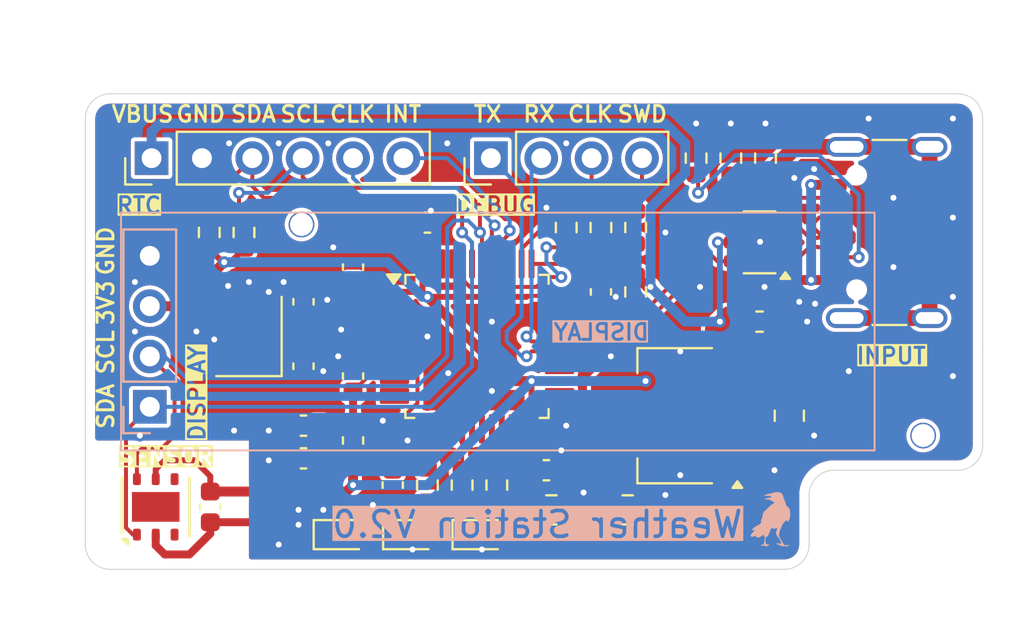
<source format=kicad_pcb>
(kicad_pcb (version 20240108) (generator "pcbnew") (generator_version "8.0")
  (layers (0 "F.Cu" signal) (1 "In1.Cu" signal) (2 "In2.Cu" signal) (31 "B.Cu" signal) (34 "B.Paste" user) (35 "F.Paste" user) (36 "B.SilkS" user "B.Silkscreen") (37 "F.SilkS" user "F.Silkscreen") (38 "B.Mask" user) (39 "F.Mask" user) (44 "Edge.Cuts" user))
  (net 0 "")
  (net 1 "+3.3V")
  (net 2 "GND")
  (net 3 "+3.3VA")
  (net 4 "/NRST")
  (net 5 "/OSC_IN")
  (net 6 "/OSC_OUT")
  (net 7 "/I2C1_SCL")
  (net 8 "/I2C1_SDA")
  (net 9 "/BOOT0")
  (net 14 "/SWDIO")
  (net 19 "Net-(D1-A)")
  (net 21 "Net-(D2-A)")
  (net 22 "VBUS")
  (net 23 "/SWCLK")
  (net 25 "Net-(D3-A)")
  (net 32 "/RTC_CLK")
  (net 33 "/RTC_INT")
  (net 34 "/LED_R")
  (net 35 "/LED_W")
  (net 36 "/LED_B")
  (net 37 "/VBUS_IN")
  (net 38 "/USB_D-")
  (net 39 "/USB_D+")
  (net 40 "/USART1_RX")
  (net 41 "/USART1_TX")
  (net 44 "/Shield")
  (net 45 "/CC1")
  (net 46 "/CC2")
  (net 49 "/uC_SWDIO")
  (net 50 "/uC_SWCLK")
  (footprint "LED_SMD:LED_0603_1608Metric" (layer "F.Cu") (at 191.5 101.25)
    (property "Reference" "D2" (hide yes))
    (property "Value" "KT-0603R")
  )
  (footprint "Capacitor_SMD:C_0603_1608Metric" (layer "F.Cu") (at 182.5 92.75 90)
    (property "Reference" "C12" (hide yes))
    (property "Value" "10p/10V")
  )
  (footprint "Capacitor_SMD:C_0603_1608Metric" (layer "F.Cu") (at 187 98.75 90)
    (property "Reference" "C10" (hide yes))
    (property "Value" "100n/10V")
  )
  (footprint "Resistor_SMD:R_0603_1608Metric" (layer "F.Cu") (at 205.8 82.25 -90)
    (property "Reference" "R9" (hide yes))
    (property "Value" "1M")
  )
  (footprint "Connector_PinHeader_2.54mm:PinHeader_1x06_P2.54mm_Vertical" (layer "F.Cu") (at 174.84 82.25 90)
    (property "Reference" "J5" (hide yes))
    (property "Value" "ZX-PZ2.54-1-6PZZ")
  )
  (footprint "Capacitor_SMD:C_0603_1608Metric" (layer "F.Cu") (at 197.5 89 -90)
    (property "Reference" "C2" (hide yes))
    (property "Value" "100n/10V")
  )
  (footprint "Package_SON:Texas_PWSON-N6" (layer "F.Cu") (at 175.05 99.85 90)
    (property "Reference" "U2" (hide yes))
    (property "Value" "HDC1080DMBR")
  )
  (footprint "Capacitor_SMD:C_0603_1608Metric" (layer "F.Cu") (at 194.75 98)
    (property "Reference" "C4" (hide yes))
    (property "Value" "100n/10V")
  )
  (footprint "Capacitor_SMD:C_0805_2012Metric" (layer "F.Cu") (at 198.850001 100)
    (property "Reference" "C23" (hide yes))
    (property "Value" "22u/10V")
  )
  (footprint "Package_TO_SOT_SMD:SOT-223-3_TabPin2" (layer "F.Cu") (at 201.25 95.25 180)
    (property "Reference" "U3" (hide yes))
    (property "Value" "AMS1117-3.3")
  )
  (footprint "Resistor_SMD:R_0603_1608Metric" (layer "F.Cu") (at 195.75 85.75 -90)
    (property "Reference" "R1" (hide yes))
    (property "Value" "10k")
  )
  (footprint "Resistor_SMD:R_0603_1608Metric" (layer "F.Cu") (at 179.5 86 90)
    (property "Reference" "R3" (hide yes))
    (property "Value" "4k7")
  )
  (footprint "Capacitor_SMD:C_0603_1608Metric" (layer "F.Cu") (at 182.5 97.4 180)
    (property "Reference" "C9" (hide yes))
    (property "Value" "1u/10V")
  )
  (footprint "Package_TO_SOT_SMD:SOT-23-6" (layer "F.Cu") (at 205.5 86.5 180)
    (property "Reference" "U5" (hide yes))
    (property "Value" "SRV05-4")
  )
  (footprint "Resistor_SMD:R_0603_1608Metric" (layer "F.Cu") (at 199.25 89 -90)
    (property "Reference" "R12" (hide yes))
    (property "Value" "1k5")
  )
  (footprint "LED_SMD:LED_0603_1608Metric" (layer "F.Cu") (at 188 101.25)
    (property "Reference" "D1" (hide yes))
    (property "Value" "KT-0603W")
  )
  (footprint "Capacitor_SMD:C_0603_1608Metric" (layer "F.Cu") (at 182.5 89.5 -90)
    (property "Reference" "C11" (hide yes))
    (property "Value" "10p/10V")
  )
  (footprint "Capacitor_SMD:C_0603_1608Metric" (layer "F.Cu") (at 188.75 85.5)
    (property "Reference" "C3" (hide yes))
    (property "Value" "100n/10V")
  )
  (footprint "Capacitor_SMD:C_0603_1608Metric" (layer "F.Cu") (at 185 93.25 90)
    (property "Reference" "C7" (hide yes))
    (property "Value" "100n/10V")
  )
  (footprint "Capacitor_SMD:C_0603_1608Metric" (layer "F.Cu") (at 177.8 99.85 90)
    (property "Reference" "C21" (hide yes))
    (property "Value" "100n/10V")
  )
  (footprint "Resistor_SMD:R_0603_1608Metric" (layer "F.Cu") (at 199.25 85.75 90)
    (property "Reference" "R11" (hide yes))
    (property "Value" "100R")
  )
  (footprint "LED_SMD:LED_0603_1608Metric" (layer "F.Cu") (at 184.5 101.25)
    (property "Reference" "D3" (hide yes))
    (property "Value" "19-217/BHC-ZL1M2RY/6T")
  )
  (footprint "Resistor_SMD:R_0603_1608Metric" (layer "F.Cu") (at 188.75 98.75 -90)
    (property "Reference" "R8" (hide yes))
    (property "Value" "330R")
  )
  (footprint "Resistor_SMD:R_0603_1608Metric" (layer "F.Cu") (at 197.5 85.75 90)
    (property "Reference" "R10" (hide yes))
    (property "Value" "100R")
  )
  (footprint "Crystal:Crystal_SMD_3225-4Pin_3.2x2.5mm" (layer "F.Cu") (at 179.75 91.25 90)
    (property "Reference" "Y1" (hide yes))
    (property "Value" "X322516MLB4SI")
  )
  (footprint "Capacitor_SMD:C_0805_2012Metric" (layer "F.Cu") (at 195 100)
    (property "Reference" "C6" (hide yes))
    (property "Value" "10u/10V")
  )
  (footprint "Resistor_SMD:R_0603_1608Metric" (layer "F.Cu") (at 190.5 98.75 -90)
    (property "Reference" "R7" (hide yes))
    (property "Value" "330R")
  )
  (footprint "Capacitor_SMD:C_0805_2012Metric" (layer "F.Cu") (at 207 95.25 -90)
    (property "Reference" "C22" (hide yes))
    (property "Value" "22u/10V")
  )
  (footprint "Inductor_SMD:L_0603_1608Metric" (layer "F.Cu") (at 185 96.5 -90)
    (property "Reference" "FB1" (hide yes))
    (property "Value" "GZ1608D601TF")
  )
  (footprint "Package_QFP:LQFP-48_7x7mm_P0.5mm" (layer "F.Cu") (at 191.25 91.75)
    (property "Reference" "U1" (hide yes))
    (property "Value" "STM32F103C8T6")
  )
  (footprint "Fuse:Fuse_0603_1608Metric" (layer "F.Cu") (at 205.5 90.5)
    (property "Reference" "F1" (hide yes))
    (property "Value" "CFS06V3T1R0")
  )
  (footprint "Resistor_SMD:R_0603_1608Metric" (layer "F.Cu") (at 177.75 86 90)
    (property "Reference" "R2" (hide yes))
    (property "Value" "4k7")
  )
  (footprint "Resistor_SMD:R_0603_1608Metric" (layer "F.Cu") (at 192.25 98.75 -90)
    (property "Reference" "R6" (hide yes))
    (property "Value" "330R")
  )
  (footprint "Capacitor_SMD:C_0603_1608Metric" (layer "F.Cu") (at 185 87.75 90)
    (property "Reference" "C1" (hide yes))
    (property "Value" "100n/10V")
  )
  (footprint "Resistor_SMD:R_0603_1608Metric" (layer "F.Cu") (at 204.05 82.25 90)
    (property "Reference" "R5" (hide yes))
    (property "Value" "5k1")
  )
  (footprint "Resistor_SMD:R_0603_1608Metric" (layer "F.Cu") (at 202.3 82.25 -90)
    (property "Reference" "R4" (hide yes))
    (property "Value" "5k1")
  )
  (footprint "Capacitor_SMD:C_0603_1608Metric" (layer "F.Cu") (at 182.5 95.75 180)
    (property "Reference" "C8" (hide yes))
    (property "Value" "1u/10V")
  )
  (footprint "Connector_USB:USB_C_Receptacle_GCT_USB4105-xx-A_16P_TopMnt_Horizontal" (layer "F.Cu") (at 213 86 90)
    (property "Reference" "J2" (hide yes))
    (property "Value" "TYPE-C16PIN")
  )
  (footprint "Connector_PinHeader_2.54mm:PinHeader_1x04_P2.54mm_Vertical" (layer "F.Cu") (at 191.95 82.25 90)
    (property "Reference" "J4" (hide yes))
    (property "Value" "B-2100S04P-A110")
  )
  (footprint "LOGO" (layer "B.Cu") (at 206.05 100.5 180)
    (property "Reference" "G***" (hide yes))
    (property "Value" "LOGO" (hide yes))
  )
  (footprint "Capacitor_SMD:C_0402_1005Metric" (layer "B.Cu") (at 173.3 97)
    (property "Reference" "J1" (hide yes))
    (property "Value" "HS91L02W2C01")
  )
  (footprint "Connector_PinHeader_2.54mm:PinHeader_1x04_P2.54mm_Vertical" (layer "B.Cu") (at 174.75 94.8)
    (property "Reference" "J3" (hide yes))
    (property "Value" "B-2100S04P-A110")
  )
  (gr_line (start 216.75 92) (end 216.75 96.75) (stroke (width 0.05)) (layer "Edge.Cuts"))
  (gr_arc (start 172.75 103) (mid 171.866117 102.633883) (end 171.5 101.75) (stroke (width 0.05)) (layer "Edge.Cuts"))
  (gr_arc (start 208 99.25) (mid 208.366117 98.366117) (end 209.25 98) (stroke (width 0.05)) (layer "Edge.Cuts"))
  (gr_arc (start 171.5 80.25) (mid 171.866117 79.366117) (end 172.75 79) (stroke (width 0.05)) (layer "Edge.Cuts"))
  (gr_arc (start 216.75 96.75) (mid 216.383883 97.633883) (end 215.5 98) (stroke (width 0.05)) (layer "Edge.Cuts"))
  (gr_line (start 216.75 80.25) (end 216.75 92) (stroke (width 0.05)) (layer "Edge.Cuts"))
  (gr_arc (start 215.5 79) (mid 216.383883 79.366117) (end 216.75 80.25) (stroke (width 0.05)) (layer "Edge.Cuts"))
  (gr_line (start 215.5 98) (end 209.25 98) (stroke (width 0.05)) (layer "Edge.Cuts"))
  (gr_line (start 171.5 101.75) (end 171.5 80.25) (stroke (width 0.05)) (layer "Edge.Cuts"))
  (gr_line (start 206.75 103) (end 172.75 103) (stroke (width 0.05)) (layer "Edge.Cuts"))
  (gr_line (start 208 99.25) (end 208 101.75) (stroke (width 0.05)) (layer "Edge.Cuts"))
  (gr_arc (start 208 101.75) (mid 207.633883 102.633883) (end 206.75 103) (stroke (width 0.05)) (layer "Edge.Cuts"))
  (gr_line (start 172.75 79) (end 215.5 79) (stroke (width 0.05)) (layer "Edge.Cuts"))
  (gr_text "Weather Station V2.0" (at 204.75 101.5 0) (layer "B.SilkS" knockout) (effects (font (size 1.3 1.3) (thickness 0.1875)) (justify left bottom mirror)))
  (gr_text "DISPLAY" (at 200 91.5 -0) (layer "B.SilkS" knockout) (effects (font (size 0.8 0.8) (thickness 0.15) (bold yes)) (justify left bottom mirror)))
  (gr_text "VBUS" (at 172.75 80.5 0) (layer "F.SilkS") (effects (font (size 0.8 0.8) (thickness 0.15) (bold yes)) (justify left bottom)))
  (gr_text "DEBUG" (at 190.1 85.1 0) (layer "F.SilkS" knockout) (effects (font (size 0.8 0.8) (thickness 0.15) (bold yes)) (justify left bottom)))
  (gr_text "GND" (at 176 80.5 0) (layer "F.SilkS") (effects (font (size 0.8 0.8) (thickness 0.15) (bold yes)) (justify left bottom)))
  (gr_text "SCL" (at 173 93.25 90) (layer "F.SilkS") (effects (font (size 0.8 0.8) (thickness 0.15) (bold yes)) (justify left bottom)))
  (gr_text "CLK" (at 195.75 80.5 0) (layer "F.SilkS") (effects (font (size 0.8 0.8) (thickness 0.15) (bold yes)) (justify left bottom)))
  (gr_text "CLK" (at 183.75 80.5 0) (layer "F.SilkS") (effects (font (size 0.8 0.8) (thickness 0.15) (bold yes)) (justify left bottom)))
  (gr_text "TX" (at 191 80.5 0) (layer "F.SilkS") (effects (font (size 0.8 0.8) (thickness 0.15) (bold yes)) (justify left bottom)))
  (gr_text "RTC" (at 173 85.1 0) (layer "F.SilkS" knockout) (effects (font (size 0.8 0.8) (thickness 0.15) (bold yes)) (justify left bottom)))
  (gr_text "GND" (at 173 88.25 90) (layer "F.SilkS") (effects (font (size 0.8 0.8) (thickness 0.15) (bold yes)) (justify left bottom)))
  (gr_text "SDA" (at 178.75 80.5 0) (layer "F.SilkS") (effects (font (size 0.8 0.8) (thickness 0.15) (bold yes)) (justify left bottom)))
  (gr_text "SCL" (at 181.25 80.5 0) (layer "F.SilkS") (effects (font (size 0.8 0.8) (thickness 0.15) (bold yes)) (justify left bottom)))
  (gr_text "DISPLAY" (at 177.6 96.6 90) (layer "F.SilkS" knockout) (effects (font (size 0.8 0.8) (thickness 0.15) (bold yes)) (justify left bottom)))
  (gr_text "3V3" (at 173 90.75 90) (layer "F.SilkS") (effects (font (size 0.8 0.8) (thickness 0.15) (bold yes)) (justify left bottom)))
  (gr_text "SDA" (at 173 96 90) (layer "F.SilkS") (effects (font (size 0.8 0.8) (thickness 0.15) (bold yes)) (justify left bottom)))
  (gr_text "RX" (at 193.5 80.5 0) (layer "F.SilkS") (effects (font (size 0.8 0.8) (thickness 0.15) (bold yes)) (justify left bottom)))
  (gr_text "INPUT" (at 210.3 92.7 0) (layer "F.SilkS" knockout) (effects (font (size 0.8 0.8) (thickness 0.15) (bold yes)) (justify left bottom)))
  (gr_text "INT" (at 186.5 80.5 0) (layer "F.SilkS") (effects (font (size 0.8 0.8) (thickness 0.15) (bold yes)) (justify left bottom)))
  (gr_text "SENSOR" (at 173.1 97.8 0) (layer "F.SilkS" knockout) (effects (font (size 0.8 0.8) (thickness 0.15) (bold yes)) (justify left bottom)))
  (gr_text "SWD" (at 198.25 80.5 0) (layer "F.SilkS") (effects (font (size 0.8 0.8) (thickness 0.15) (bold yes)) (justify left bottom)))
  (via (at 182.4 85.6) (size 1.3) (drill 1.152) (layers "F.Cu" "B.Cu") (net 0))
  (via (at 213.75 96.25) (size 1.3) (drill 1.152) (layers "F.Cu" "B.Cu") (net 0))
  (segment (start 193.8 89.2) (end 194.44259 89.2) (width 0.2) (layer "F.Cu") (net 1))
  (segment (start 185 97.2875) (end 183.3875 97.2875) (width 0.4) (layer "F.Cu") (net 1))
  (segment (start 178.5 87.5) (end 178.825 87.5) (width 0.3) (layer "F.Cu") (net 1))
  (segment (start 194 93.5) (end 193 93.5) (width 0.5) (layer "F.Cu") (net 1))
  (segment (start 188.75 89.25) (end 193.75 89.25) (width 0.3) (layer "F.Cu") (net 1))
  (segment (start 188.5 86.025) (end 187.975 85.5) (width 0.2) (layer "F.Cu") (net 1))
  (segment (start 178.5 87.5) (end 176.279999 89.720001) (width 0.5) (layer "F.Cu") (net 1))
  (segment (start 194.44259 89.2) (end 194.64259 89) (width 0.2) (layer "F.Cu") (net 1))
  (segment (start 178.825 87.5) (end 179.5 86.825) (width 0.3) (layer "F.Cu") (net 1))
  (segment (start 188.75 89.25) (end 188.5 89) (width 0.3) (layer "F.Cu") (net 1))
  (segment (start 176.279999 89.720001) (end 174.75 89.720001) (width 0.5) (layer "F.Cu") (net 1))
  (segment (start 193.975 99.925) (end 194.05 100) (width 0.4) (layer "F.Cu") (net 1))
  (segment (start 198.100001 99.800001) (end 197.900002 100) (width 0.4) (layer "F.Cu") (net 1))
  (segment (start 183.3875 97.2875) (end 183.275 97.4) (width 0.4) (layer "F.Cu") (net 1))
  (segment (start 194 93.5) (end 194 95.9125) (width 0.3) (layer "F.Cu") (net 1))
  (segment (start 177.8 99.075) (end 177.8 98.3) (width 0.3) (layer "F.Cu") (net 1))
  (segment (start 194.64259 89) (end 195.4125 89) (width 0.2) (layer "F.Cu") (net 1))
  (segment (start 177.8 98.3) (end 177 97.5) (width 0.3) (layer "F.Cu") (net 1))
  (segment (start 177 97.5) (end 175.5 97.5) (width 0.3) (layer "F.Cu") (net 1))
  (segment (start 188.5 89) (end 187.0875 89) (width 0.3) (layer "F.Cu") (net 1))
  (segment (start 185 98.75) (end 185 97.2875) (width 0.5) (layer "F.Cu") (net 1))
  (segment (start 185 98.75) (end 184.675 99.075) (width 0.5) (layer "F.Cu") (net 1))
  (segment (start 175.5 97.5) (end 175.05 97.95) (width 0.3) (layer "F.Cu") (net 1))
  (segment (start 196.725 89) (end 197.5 88.225) (width 0.2) (layer "F.Cu") (net 1))
  (segment (start 178.425 87.5) (end 177.75 86.825) (width 0.3) (layer "F.Cu") (net 1))
  (segment (start 193 93.5) (end 188.75 89.25) (width 0.5) (layer "F.Cu") (net 1))
  (segment (start 178.5 87.5) (end 178.425 87.5) (width 0.3) (layer "F.Cu") (net 1))
  (segment (start 193.75 89.25) (end 193.8 89.2) (width 0.2) (layer "F.Cu") (net 1))
  (segment (start 193.975 98) (end 193.975 99.925) (width 0.4) (layer "F.Cu") (net 1))
  (segment (start 188.5 89) (end 188.5 87.5875) (width 0.3) (layer "F.Cu") (net 1))
  (segment (start 187.0875 89) (end 186.25 89) (width 0.2) (layer "F.Cu") (net 1))
  (segment (start 194 95.9125) (end 194 97.975) (width 0.2) (layer "F.Cu") (net 1))
  (segment (start 195.4125 89) (end 196.725 89) (width 0.2) (layer "F.Cu") (net 1))
  (segment (start 188.5 87.5875) (end 188.5 86.025) (width 0.2) (layer "F.Cu") (net 1))
  (segment (start 194 97.975) (end 193.975 98) (width 0.2) (layer "F.Cu") (net 1))
  (segment (start 175.05 97.95) (end 175.05 98.450001) (width 0.3) (layer "F.Cu") (net 1))
  (segment (start 186.25 89) (end 185.775 88.525) (width 0.2) (layer "F.Cu") (net 1))
  (segment (start 184.675 99.075) (end 177.8 99.075) (width 0.5) (layer "F.Cu") (net 1))
  (segment (start 185.775 88.525) (end 185 88.525) (width 0.2) (layer "F.Cu") (net 1))
  (via (at 194 93.5) (size 0.6) (drill 0.3) (layers "F.Cu" "B.Cu") (net 1))
  (via (at 188.75 89.25) (size 0.6) (drill 0.3) (layers "F.Cu" "B.Cu") (net 1))
  (via (at 199.75 93.5) (size 0.6) (drill 0.3) (layers "F.Cu" "B.Cu") (net 1))
  (via (at 178.5 87.5) (size 0.6) (drill 0.3) (layers "F.Cu" "B.Cu") (net 1))
  (via (at 185 98.75) (size 0.6) (drill 0.3) (layers "F.Cu" "B.Cu") (net 1))
  (segment (start 199.75 93.5) (end 194 93.5) (width 0.5) (layer "B.Cu") (net 1))
  (segment (start 188.5 89.25) (end 188.75 89.25) (width 0.5) (layer "B.Cu") (net 1))
  (segment (start 186.75 87.5) (end 188.5 89.25) (width 0.5) (layer "B.Cu") (net 1))
  (segment (start 189.25 98.25) (end 188.75 98.75) (width 0.5) (layer "B.Cu") (net 1))
  (segment (start 188.75 98.75) (end 185 98.75) (width 0.5) (layer "B.Cu") (net 1))
  (segment (start 194 93.5) (end 189.25 98.25) (width 0.5) (layer "B.Cu") (net 1))
  (segment (start 178.5 87.5) (end 186.75 87.5) (width 0.5) (layer "B.Cu") (net 1))
  (segment (start 178 91.4) (end 178 91.45) (width 0.5) (layer "F.Cu") (net 2))
  (segment (start 181.475 96) (end 181.725 95.75) (width 0.4) (layer "F.Cu") (net 2))
  (segment (start 195.5 97.975) (end 195.525 98) (width 0.5) (layer "F.Cu") (net 2))
  (segment (start 183.5 93) (end 183.025 93) (width 0.5) (layer "F.Cu") (net 2))
  (segment (start 204.05 80.5) (end 204.05 81.425) (width 0.5) (layer "F.Cu") (net 2))
  (segment (start 181.5 88.5) (end 182.275 88.5) (width 0.5) (layer "F.Cu") (net 2))
  (segment (start 198.25 89.25) (end 198.025 89.25) (width 0.5) (layer "F.Cu") (net 2))
  (segment (start 205.554502 86.5) (end 206.6375 86.5) (width 0.5) (layer "F.Cu") (net 2))
  (segment (start 202.3 80.5) (end 202.3 81.425) (width 0.5) (layer "F.Cu") (net 2))
  (segment (start 184 86.75) (end 184.775 86.75) (width 0.5) (layer "F.Cu") (net 2))
  (segment (start 180.75 89) (end 180.75 90) (width 0.5) (layer "F.Cu") (net 2))
  (segment (start 182.125 100.625) (end 177.8 100.625) (width 0.4) (layer "F.Cu") (net 2))
  (segment (start 205.524999 86.470497) (end 205.554502 86.5) (width 0.5) (layer "F.Cu") (net 2))
  (segment (start 180.75 96) (end 181.475 96) (width 0.4) (layer "F.Cu") (net 2))
  (segment (start 188.925 84.9) (end 189.525 85.5) (width 0.5) (layer "F.Cu") (net 2))
  (segment (start 208.25 96.25) (end 207.050001 96.25) (width 0.5) (layer "F.Cu") (net 2))
  (segment (start 200.75 99.25) (end 200 100) (width 0.5) (layer "F.Cu") (net 2))
  (segment (start 175.05 101.8) (end 175.05 101.249999) (width 0.4) (layer "F.Cu") (net 2))
  (segment (start 207.050001 96.25) (end 207 96.199999) (width 0.5) (layer "F.Cu") (net 2))
  (segment (start 177.8 101.2) (end 176.75 102.25) (width 0.4) (layer "F.Cu") (net 2))
  (segment (start 205.8 80.5) (end 205.8 81.425) (width 0.5) (layer "F.Cu") (net 2))
  (segment (start 194.75 84.75) (end 195.575 84.75) (width 0.5) (layer "F.Cu") (net 2))
  (segment (start 178 91.45) (end 178.9 92.35) (width 0.5) (layer "F.Cu") (net 2))
  (segment (start 181.625 97.5) (end 181.725 97.4) (width 0.4) (layer "F.Cu") (net 2))
  (segment (start 183.025 93) (end 182.5 93.525) (width 0.5) (layer "F.Cu") (net 2))
  (segment (start 180.75 90) (end 180.6 90.15) (width 0.5) (layer "F.Cu") (net 2))
  (segment (start 177.8 100.625) (end 177.8 101.2) (width 0.4) (layer "F.Cu") (net 2))
  (segment (start 182.25 100.75) (end 182.125 100.625) (width 0.4) (layer "F.Cu") (net 2))
  (segment (start 184.775 92.25) (end 185 92.475) (width 0.5) (layer "F.Cu") (net 2))
  (segment (start 186.225 99.525) (end 187 99.525) (width 0.5) (layer "F.Cu") (net 2))
  (segment (start 176.75 102.25) (end 175.5 102.25) (width 0.4) (layer "F.Cu") (net 2))
  (segment (start 182.275 88.5) (end 182.5 88.725) (width 0.5) (layer "F.Cu") (net 2))
  (segment (start 195.95 99.8) (end 195.95 100) (width 0.5) (layer "F.Cu") (net 2))
  (segment (start 186 99.75) (end 186.225 99.525) (width 0.5) (layer "F.Cu") (net 2))
  (segment (start 198.025 89.25) (end 197.5 89.775) (width 0.5) (layer "F.Cu") (net 2))
  (segment (start 189 86.025) (end 189.525 85.5) (width 0.2) (layer "F.Cu") (net 2))
  (segment (start 180.75 97.5) (end 181.625 97.5) (width 0.4) (layer "F.Cu") (net 2))
  (segment (start 187.0875 92.5) (end 185.025 92.5) (width 0.2) (layer "F.Cu") (net 2))
  (segment (start 195.5 97) (end 195.5 97.975) (width 0.5) (layer "F.Cu") (net 2))
  (segment (start 195.4125 89.5) (end 197.225 89.5) (width 0.2) (layer "F.Cu") (net 2))
  (segment (start 184.25 92.25) (end 184.775 92.25) (width 0.5) (layer "F.Cu") (net 2))
  (segment (start 189 87.5875) (end 189 86.025) (width 0.2) (layer "F.Cu") (net 2))
  (segment (start 196.625 99.125) (end 195.95 99.8) (width 0.5) (layer "F.Cu") (net 2))
  (segment (start 197.225 89.5) (end 197.5 89.775) (width 0.2) (layer "F.Cu") (net 2))
  (segment (start 184.775 86.75) (end 185 86.975) (width 0.5) (layer "F.Cu") (net 2))
  (segment (start 200 100) (end 199.8 100) (width 0.5) (layer "F.Cu") (net 2))
  (segment (start 195.575 84.75) (end 195.75 84.925) (width 0.5) (layer "F.Cu") (net 2))
  (segment (start 185.025 92.5) (end 185 92.475) (width 0.2) (layer "F.Cu") (net 2))
  (segment (start 175.5 102.25) (end 175.05 101.8) (width 0.4) (layer "F.Cu") (net 2))
  (via (at 191.5 102) (size 0.6) (drill 0.3) (layers "F.Cu" "B.Cu") (net 2))
  (via (at 195.5 97) (size 0.6) (drill 0.3) (layers "F.Cu" "B.Cu") (net 2))
  (via (at 183.5 93) (size 0.6) (drill 0.3) (layers "F.Cu" "B.Cu") (net 2))
  (via (at 184.4 90.9) (size 0.6) (drill 0.3) (layers "F.Cu" "B.Cu") (net 2))
  (via (at 208.25 82.8) (size 0.6) (drill 0.3) (layers "F.Cu" "B.Cu") (net 2))
  (via (at 208.3 89.6) (size 0.6) (drill 0.3) (layers "F.Cu" "B.Cu") (net 2))
  (via (at 192 94) (size 0.6) (drill 0.3) (layers "F.Cu" "B.Cu") (net 2))
  (via (at 192 90.5) (size 0.6) (drill 0.3) (layers "F.Cu" "B.Cu") (net 2))
  (via (at 183.75 81.5) (size 0.6) (drill 0.3) (layers "F.Cu" "B.Cu") (net 2))
  (via (at 184.25 92.25) (size 0.6) (drill 0.3) (layers "F.Cu" "B.Cu") (net 2))
  (via (at 184 86.75) (size 0.6) (drill 0.3) (layers "F.Cu" "B.Cu") (net 2))
  (via (at 174 91) (size 0.6) (drill 0.3) (layers "F.Cu" "B.Cu") (net 2))
  (via (at 212.25 84.25) (size 0.6) (drill 0.3) (layers "F.Cu" "B.Cu") (net 2))
  (via (at 189.8 93.1) (size 0.6) (drill 0.3) (layers "F.Cu" "B.Cu") (net 2))
  (via (at 180.75 89) (size 0.6) (drill 0.3) (layers "F.Cu" "B.Cu") (net 2))
  (via (at 215.25 93.25) (size 0.6) (drill 0.3) (layers "F.Cu" "B.Cu") (net 2))
  (via (at 194.75 84.75) (size 0.6) (drill 0.3) (layers "F.Cu" "B.Cu") (net 2))
  (via (at 180.75 96) (size 0.6) (drill 0.3) (layers "F.Cu" "B.Cu") (net 2))
  (via (at 205.524999 86.470497) (size 0.6) (drill 0.3) (layers "F.Cu" "B.Cu") (net 2))
  (via (at 174 88.5) (size 0.6) (drill 0.3) (layers "F.Cu" "B.Cu") (net 2))
  (via (at 188.925 84.9) (size 0.6) (drill 0.3) (layers "F.Cu" "B.Cu") (net 2))
  (via (at 207.9 90.5) (size 0.6) (drill 0.3) (layers "F.Cu" "B.Cu") (net 2))
  (via (at 181.25 101.75) (size 0.6) (drill 0.3) (layers "F.Cu" "B.Cu") (net 2))
  (via (at 207.5 89.5) (size 0.6) (drill 0.3) (layers "F.Cu" "B.Cu") (net 2))
  (via (at 187.75 96.5) (size 0.6) (drill 0.3) (layers "F.Cu" "B.Cu") (net 2))
  (via (at 205.8 80.5) (size 0.6) (drill 0.3) (layers "F.Cu" "B.Cu") (net 2))
  (via (at 196.625 99.125) (size 0.6) (drill 0.3) (layers "F.Cu" "B.Cu") (net 2))
  (via (at 200.75 86) (size 0.6) (drill 0.3) (layers "F.Cu" "B.Cu") (net 2))
  (via (at 186.5 95.5) (size 0.6) (drill 0.3) (layers "F.Cu" "B.Cu") (net 2))
  (via (at 195.75 81.5) (size 0.6) (drill 0.3) (layers "F.Cu" "B.Cu") (net 2))
  (via (at 178.75 81.5) (size 0.6) (drill 0.3) (layers "F.Cu" "B.Cu") (net 2))
  (via (at 177.1 91) (size 0.6) (drill 0.3) (layers "F.Cu" "B.Cu") (net 2))
  (via (at 202.3 80.5) (size 0.6) (drill 0.3) (layers "F.Cu" "B.Cu") (net 2))
  (via (at 179.75 88.5) (size 0.6) (drill 0.3) (layers "F.Cu" "B.Cu") (net 2))
  (via (at 201.5 92) (size 0.6) (drill 0.3) (layers "F.Cu" "B.Cu") (net 2))
  (via (at 198 92.25) (size 0.6) (drill 0.3) (layers "F.Cu" "B.Cu") (net 2))
  (via (at 211 80.25) (size 0.6) (drill 0.3) (layers "F.Cu" "B.Cu") (net 2))
  (via (at 180.75 97.5) (size 0.6) (drill 0.3) (layers "F.Cu" "B.Cu") (net 2))
  (via (at 212.25 87.75) (size 0.6) (drill 0.3) (layers "F.Cu" "B.Cu") (net 2))
  (via (at 215.25 89.25) (size 0.6) (drill 0.3) (layers "F.Cu" "B.Cu") (net 2))
  (via (at 202.5 88.75) (size 0.6) (drill 0.3) (layers "F.Cu" "B.Cu") (net 2))
  (via (at 204.05 80.5) (size 0.6) (drill 0.3) (layers "F.Cu" "B.Cu") (net 2))
  (via (at 178.7 88.7) (size 0.6) (drill 0.3) (layers "F.Cu" "B.Cu") (net 2))
  (via (at 188 102) (size 0.6) (drill 0.3) (layers "F.Cu" "B.Cu") (net 2))
  (via (at 201.5 98.25) (size 0.6) (drill 0.3) (layers "F.Cu" "B.Cu") (net 2))
  (via (at 174.25 96.25) (size 0.6) (drill 0.3) (layers "F.Cu" "B.Cu") (net 2))
  (via (at 188.75 91.25) (size 0.6) (drill 0.3) (layers "F.Cu" "B.Cu") (net 2))
  (via (at 208.25 96.25) (size 0.6) (drill 0.3) (layers "F.Cu" "B.Cu") (net 2))
  (via (at 210 93) (size 0.6) (drill 0.3) (layers "F.Cu" "B.Cu") (net 2))
  (via (at 182.25 100.75) (size 0.6) (drill 0.3) (layers "F.Cu" "B.Cu") (net 2))
  (via (at 206.25 98) (size 0.6) (drill 0.3) (layers "F.Cu" "B.Cu") (net 2))
  (via (at 182.25 100) (size 0.6) (drill 0.3) (layers "F.Cu" "B.Cu") (net 2))
  (via (at 181.25 81.5) (size 0.6) (drill 0.3) (layers "F.Cu" "B.Cu") (net 2))
  (via (at 186 99.75) (size 0.6) (drill 0.3) (layers "F.Cu" "B.Cu") (net 2))
  (via (at 198.25 89.25) (size 0.6) (drill 0.3) (layers "F.Cu" "B.Cu") (net 2))
  (via (at 183.7 89.4) (size 0.6) (drill 0.3) (layers "F.Cu" "B.Cu") (net 2))
  (via (at 207.25 83.25) (size 0.6) (drill 0.3) (layers "F.Cu" "B.Cu") (net 2))
  (via (at 179 96) (size 0.6) (drill 0.3) (layers "F.Cu" "B.Cu") (net 2))
  (via (at 178 91.4) (size 0.6) (drill 0.3) (layers "F.Cu" "B.Cu") (net 2))
  (via (at 215.25 85.25) (size 0.6) (drill 0.3) (layers "F.Cu" "B.Cu") (net 2))
  (via (at 189.75 81.5) (size 0.6) (drill 0.3) (layers "F.Cu" "B.Cu") (net 2))
  (via (at 183.5 100) (size 0.6) (drill 0.3) (layers "F.Cu" "B.Cu") (net 2))
  (via (at 181.5 88.5) (size 0.6) (drill 0.3) (layers "F.Cu" "B.Cu") (net 2))
  (via (at 195.75 95.75) (size 0.6) (drill 0.3) (layers "F.Cu" "B.Cu") (net 2))
  (via (at 205.75 88.75) (size 0.6) (drill 0.3) (layers "F.Cu" "B.Cu") (net 2))
  (via (at 200.75 99.25) (size 0.6) (drill 0.3) (layers "F.Cu" "B.Cu") (net 2))
  (via (at 215.25 80.25) (size 0.6) (drill 0.3) (layers "F.Cu" "B.Cu") (net 2))
  (segment (start 185 94.025) (end 185 95.7125) (width 0.4) (layer "F.Cu") (net 3))
  (segment (start 187.0875 93) (end 186.025 93) (width 0.2) (layer "F.Cu") (net 3))
  (segment (start 183.3125 95.7125) (end 183.275 95.75) (width 0.4) (layer "F.Cu") (net 3))
  (segment (start 185 95.7125) (end 183.3125 95.7125) (width 0.4) (layer "F.Cu") (net 3))
  (segment (start 186.025 93) (end 185 94.025) (width 0.2) (layer "F.Cu") (net 3))
  (segment (start 188.25 94.60741) (end 188.25 92.25) (width 0.2) (layer "F.Cu") (net 4))
  (segment (start 188 92) (end 187.0875 92) (width 0.2) (layer "F.Cu") (net 4))
  (segment (start 187 97.975) (end 187 95.85741) (width 0.2) (layer "F.Cu") (net 4))
  (segment (start 188.25 92.25) (end 188 92) (width 0.2) (layer "F.Cu") (net 4))
  (segment (start 187 95.85741) (end 188.25 94.60741) (width 0.2) (layer "F.Cu") (net 4))
  (segment (start 179.85 91.25) (end 178.9 90.3) (width 0.2) (layer "F.Cu") (net 5))
  (segment (start 187.0875 91) (end 186.25 91) (width 0.2) (layer "F.Cu") (net 5))
  (segment (start 186.25 91) (end 185.525 90.275) (width 0.2) (layer "F.Cu") (net 5))
  (segment (start 185.525 90.275) (end 182.5 90.275) (width 0.2) (layer "F.Cu") (net 5))
  (segment (start 182.5 90.275) (end 181.525 91.25) (width 0.2) (layer "F.Cu") (net 5))
  (segment (start 181.525 91.25) (end 179.85 91.25) (width 0.2) (layer "F.Cu") (net 5))
  (segment (start 178.9 90.3) (end 178.9 90.15) (width 0.2) (layer "F.Cu") (net 5))
  (segment (start 180.6 92.35) (end 182.125 92.35) (width 0.2) (layer "F.Cu") (net 6))
  (segment (start 182.125 92.35) (end 182.5 91.975) (width 0.2) (layer "F.Cu") (net 6))
  (segment (start 183.75 91.5) (end 183.275 91.975) (width 0.2) (layer "F.Cu") (net 6))
  (segment (start 187.0875 91.5) (end 183.75 91.5) (width 0.2) (layer "F.Cu") (net 6))
  (segment (start 183.275 91.975) (end 182.5 91.975) (width 0.2) (layer "F.Cu") (net 6))
  (segment (start 175.35 96.9) (end 174.35 96.9) (width 0.2) (layer "F.Cu") (net 7))
  (segment (start 191.4 86) (end 191.4 84.65) (width 0.2) (layer "F.Cu") (net 7))
  (segment (start 176 93.51) (end 176 96.25) (width 0.2) (layer "F.Cu") (net 7))
  (segment (start 174.1 97.15) (end 174.1 98.45) (width 0.2) (layer "F.Cu") (net 7))
  (segment (start 179.25 84) (end 179.25 84.925) (width 0.2) (layer "F.Cu") (net 7))
  (segment (start 176 96.25) (end 175.35 96.9) (width 0.2) (layer "F.Cu") (net 7))
  (segment (start 174.75 92.26) (end 176 93.51) (width 0.2) (layer "F.Cu") (net 7))
  (segment (start 191.4 84.65) (end 190.5 83.75) (width 0.2) (layer "F.Cu") (net 7))
  (segment (start 183 83.75) (end 182.46 83.21) (width 0.2) (layer "F.Cu") (net 7))
  (segment (start 191.5 86.1) (end 191.5 87.5875) (width 0.2) (layer "F.Cu") (net 7))
  (segment (start 191.4 86) (end 191.5 86.1) (width 0.2) (layer "F.Cu") (net 7))
  (segment (start 174.35 96.9) (end 174.1 97.15) (width 0.2) (layer "F.Cu") (net 7))
  (segment (start 190.5 83.75) (end 183 83.75) (width 0.2) (layer "F.Cu") (net 7))
  (segment (start 182.46 83.21) (end 182.46 82.25) (width 0.2) (layer "F.Cu") (net 7))
  (segment (start 179.25 84.925) (end 179.5 85.175) (width 0.2) (layer "F.Cu") (net 7))
  (via (at 191.4 86) (size 0.6) (drill 0.3) (layers "F.Cu" "B.Cu") (net 7))
  (via (at 179.25 84) (size 0.6) (drill 0.3) (layers "F.Cu" "B.Cu") (net 7))
  (segment (start 191.4 86) (end 190.8 85.4) (width 0.2) (layer "B.Cu") (net 7))
  (segment (start 190.8 85.4) (end 190.1 85.4) (width 0.2) (layer "B.Cu") (net 7))
  (segment (start 177 93.75) (end 175.51 92.26) (width 0.2) (layer "B.Cu") (net 7))
  (segment (start 180.71 84) (end 179.25 84) (width 0.2) (layer "B.Cu") (net 7))
  (segment (start 190.1 85.4) (end 189.75 85.75) (width 0.2) (layer "B.Cu") (net 7))
  (segment (start 188.25 93.75) (end 177 93.75) (width 0.2) (layer "B.Cu") (net 7))
  (segment (start 175.51 92.26) (end 174.75 92.26) (width 0.2) (layer "B.Cu") (net 7))
  (segment (start 189.75 85.75) (end 189.75 92.25) (width 0.2) (layer "B.Cu") (net 7))
  (segment (start 189.75 92.25) (end 188.25 93.75) (width 0.2) (layer "B.Cu") (net 7))
  (segment (start 182.46 82.25) (end 180.71 84) (width 0.2) (layer "B.Cu") (net 7))
  (segment (start 190.5 86) (end 191 86.5) (width 0.2) (layer "F.Cu") (net 8))
  (segment (start 190.5 86) (end 190.5 85) (width 0.2) (layer "F.Cu") (net 8))
  (segment (start 173.9 101.25) (end 173.55 100.9) (width 0.2) (layer "F.Cu") (net 8))
  (segment (start 173.55 96) (end 174.75 94.8) (width 0.2) (layer "F.Cu") (net 8))
  (segment (start 180.5 84.25) (end 179.919999 83.669999) (width 0.2) (layer "F.Cu") (net 8))
  (segment (start 174.1 101.25) (end 173.9 101.25) (width 0.2) (layer "F.Cu") (net 8))
  (segment (start 189.75 84.25) (end 180.5 84.25) (width 0.2) (layer "F.Cu") (net 8))
  (segment (start 191 86.5) (end 191 87.5875) (width 0.2) (layer "F.Cu") (net 8))
  (segment (start 179.919999 83.669999) (end 179.919999 82.25) (width 0.2) (layer "F.Cu") (net 8))
  (segment (start 179.919999 82.25) (end 177.75 84.419999) (width 0.2) (layer "F.Cu") (net 8))
  (segment (start 177.75 84.419999) (end 177.75 85.175) (width 0.2) (layer "F.Cu") (net 8))
  (segment (start 173.55 100.9) (end 173.55 96) (width 0.2) (layer "F.Cu") (net 8))
  (segment (start 190.5 85) (end 189.75 84.25) (width 0.2) (layer "F.Cu") (net 8))
  (via (at 190.5 86) (size 0.6) (drill 0.3) (layers "F.Cu" "B.Cu") (net 8))
  (segment (start 191 86.5) (end 191 92.75) (width 0.2) (layer "B.Cu") (net 8))
  (segment (start 191 92.75) (end 188.95 94.8) (width 0.2) (layer "B.Cu") (net 8))
  (segment (start 190.5 86) (end 191 86.5) (width 0.2) (layer "B.Cu") (net 8))
  (segment (start 188.95 94.8) (end 174.75 94.8) (width 0.2) (layer "B.Cu") (net 8))
  (segment (start 194.75 86.75) (end 195.575 86.75) (width 0.2) (layer "F.Cu") (net 9))
  (segment (start 194 88.75) (end 194.10741 88.75) (width 0.2) (layer "F.Cu") (net 9))
  (segment (start 190.89259 88.75) (end 194 88.75) (width 0.2) (layer "F.Cu") (net 9))
  (segment (start 194.25 88.75) (end 194.75 88.25) (width 0.2) (layer "F.Cu") (net 9))
  (segment (start 194 88.75) (end 194.25 88.75) (width 0.2) (layer "F.Cu") (net 9))
  (segment (start 190.5 87.5875) (end 190.5 88.35741) (width 0.2) (layer "F.Cu") (net 9))
  (segment (start 190.5 88.35741) (end 190.89259 88.75) (width 0.2) (layer "F.Cu") (net 9))
  (segment (start 195.575 86.75) (end 195.75 86.575) (width 0.2) (layer "F.Cu") (net 9))
  (segment (start 194.75 88.25) (end 195.5 88.25) (width 0.2) (layer "F.Cu") (net 9))
  (via (at 194.75 86.75) (size 0.6) (drill 0.3) (layers "F.Cu" "B.Cu") (net 9))
  (via (at 195.5 88.25) (size 0.6) (drill 0.3) (layers "F.Cu" "B.Cu") (net 9))
  (segment (start 194.75 87.5) (end 195.5 88.25) (width 0.2) (layer "B.Cu") (net 9))
  (segment (start 194.75 86.75) (end 194.75 87.5) (width 0.2) (layer "B.Cu") (net 9))
  (segment (start 199.25 83.75) (end 199.25 84.925) (width 0.2) (layer "F.Cu") (net 14))
  (segment (start 199.57 82.25) (end 199.57 83.43) (width 0.2) (layer "F.Cu") (net 14))
  (segment (start 199.57 83.43) (end 199.25 83.75) (width 0.2) (layer "F.Cu") (net 14))
  (segment (start 190.5 99.575) (end 189.75 100.325) (width 0.2) (layer "F.Cu") (net 19))
  (segment (start 189.5 101.25) (end 188.787501 101.25) (width 0.2) (layer "F.Cu") (net 19))
  (segment (start 189.75 101) (end 189.5 101.25) (width 0.2) (layer "F.Cu") (net 19))
  (segment (start 189.75 100.325) (end 189.75 101) (width 0.2) (layer "F.Cu") (net 19))
  (segment (start 192.25 101.212499) (end 192.287501 101.25) (width 0.2) (layer "F.Cu") (net 21))
  (segment (start 192.25 99.575) (end 192.25 101.212499) (width 0.2) (layer "F.Cu") (net 21))
  (segment (start 200 88.75) (end 199.825 88.75) (width 0.5) (layer "F.Cu") (net 22))
  (segment (start 199.825 88.75) (end 199.25 88.175) (width 0.5) (layer "F.Cu") (net 22))
  (segment (start 203.4 86.5) (end 204.3625 86.5) (width 0.3) (layer "F.Cu") (net 22))
  (via (at 203.5 90.5) (size 0.6) (drill 0.3) (layers "F.Cu" "B.Cu") (net 22))
  (via (at 200 88.75) (size 0.6) (drill 0.3) (layers "F.Cu" "B.Cu") (net 22))
  (via (at 203.4 86.5) (size 0.6) (drill 0.3) (layers "F.Cu" "B.Cu") (net 22))
  (segment (start 201.75 83) (end 201.75 81.5) (width 0.5) (layer "B.Cu") (net 22))
  (segment (start 200 84.75) (end 201.75 83) (width 0.5) (layer "B.Cu") (net 22))
  (segment (start 174.84 80.91) (end 174.84 82.25) (width 0.5) (layer "B.Cu") (net 22))
  (segment (start 201.75 81.5) (end 200.75 80.5) (width 0.5) (layer "B.Cu") (net 22))
  (segment (start 200 88.75) (end 200 84.75) (width 0.5) (layer "B.Cu") (net 22))
  (segment (start 175.25 80.5) (end 174.84 80.91) (width 0.5) (layer "B.Cu") (net 22))
  (segment (start 203.5 90.5) (end 201.75 90.5) (width 0.5) (layer "B.Cu") (net 22))
  (segment (start 203.4 86.5) (end 203.5 86.6) (width 0.3) (layer "B.Cu") (net 22))
  (segment (start 200.75 80.5) (end 175.25 80.5) (width 0.5) (layer "B.Cu") (net 22))
  (segment (start 203.5 86.6) (end 203.5 90.5) (width 0.3) (layer "B.Cu") (net 22))
  (segment (start 201.75 90.5) (end 200 88.75) (width 0.5) (layer "B.Cu") (net 22))
  (segment (start 197.5 84) (end 197.5 84.925) (width 0.2) (layer "F.Cu") (net 23))
  (segment (start 197.029999 82.25) (end 197.029999 83.529999) (width 0.2) (layer "F.Cu") (net 23))
  (segment (start 197.029999 83.529999) (end 197.5 84) (width 0.2) (layer "F.Cu") (net 23))
  (segment (start 186.475 100.275) (end 186.25 100.5) (width 0.2) (layer "F.Cu") (net 25))
  (segment (start 186.25 101) (end 186 101.25) (width 0.2) (layer "F.Cu") (net 25))
  (segment (start 186 101.25) (end 185.287501 101.25) (width 0.2) (layer "F.Cu") (net 25))
  (segment (start 188.75 99.575) (end 188.05 100.275) (width 0.2) (layer "F.Cu") (net 25))
  (segment (start 186.25 100.5) (end 186.25 101) (width 0.2) (layer "F.Cu") (net 25))
  (segment (start 188.05 100.275) (end 186.475 100.275) (width 0.2) (layer "F.Cu") (net 25))
  (segment (start 185.537501 101.012499) (end 185.537501 101.25) (width 0.2) (layer "F.Cu") (net 25))
  (segment (start 192 85.788068) (end 192 87.5875) (width 0.2) (layer "F.Cu") (net 32))
  (segment (start 192.141051 85.647017) (end 192 85.788068) (width 0.2) (layer "F.Cu") (net 32))
  (via (at 192.141051 85.647017) (size 0.6) (drill 0.3) (layers "F.Cu" "B.Cu") (net 32))
  (segment (start 185.5 83.75) (end 185 83.25) (width 0.2) (layer "B.Cu") (net 32))
  (segment (start 192.141051 85.647017) (end 190.244034 83.75) (width 0.2) (layer "B.Cu") (net 32))
  (segment (start 190.244034 83.75) (end 185.5 83.75) (width 0.2) (layer "B.Cu") (net 32))
  (segment (start 185 83.25) (end 185 82.25) (width 0.2) (layer "B.Cu") (net 32))
  (segment (start 192.9 86.048529) (end 192.5 86.448529) (width 0.2) (layer "F.Cu") (net 33))
  (segment (start 192.9 85.9) (end 192.9 86.048529) (width 0.2) (layer "F.Cu") (net 33))
  (segment (start 192.5 86.448529) (end 192.5 87.5875) (width 0.2) (layer "F.Cu") (net 33))
  (via (at 192.9 85.9) (size 0.6) (drill 0.3) (layers "F.Cu" "B.Cu") (net 33))
  (segment (start 192.9 85.4) (end 189.75 82.25) (width 0.2) (layer "B.Cu") (net 33))
  (segment (start 189.75 82.25) (end 187.54 82.25) (width 0.2) (layer "B.Cu") (net 33))
  (segment (start 192.9 85.9) (end 192.9 85.4) (width 0.2) (layer "B.Cu") (net 33))
  (segment (start 192 95.9125) (end 192 96.75) (width 0.2) (layer "F.Cu") (net 34))
  (segment (start 192.25 97) (end 192.25 97.925) (width 0.2) (layer "F.Cu") (net 34))
  (segment (start 192 96.75) (end 192.25 97) (width 0.2) (layer "F.Cu") (net 34))
  (segment (start 190.5 95.9125) (end 190.5 97.925) (width 0.2) (layer "F.Cu") (net 35))
  (segment (start 188.5 95.9125) (end 188.5 97) (width 0.2) (layer "F.Cu") (net 36))
  (segment (start 188.75 97.25) (end 188.75 97.925) (width 0.2) (layer "F.Cu") (net 36))
  (segment (start 188.5 97) (end 188.75 97.25) (width 0.2) (layer "F.Cu") (net 36))
  (segment (start 209.32 83.6) (end 208.1 83.6) (width 0.5) (layer "F.Cu") (net 37))
  (segment (start 208.1 88.4) (end 207.3 88.4) (width 0.5) (layer "F.Cu") (net 37))
  (segment (start 208.1 88.4) (end 209.32 88.4) (width 0.5) (layer "F.Cu") (net 37))
  (segment (start 206.287501 89.412499) (end 206.287501 90.5) (width 0.5) (layer "F.Cu") (net 37))
  (segment (start 207.3 88.4) (end 206.287501 89.412499) (width 0.5) (layer "F.Cu") (net 37))
  (via (at 208.1 83.6) (size 0.6) (drill 0.3) (layers "F.Cu" "B.Cu") (net 37))
  (via (at 208.1 88.4) (size 0.6) (drill 0.3) (layers "F.Cu" "B.Cu") (net 37))
  (segment (start 208.1 83.6) (end 208.1 86.5) (width 0.5) (layer "B.Cu") (net 37))
  (segment (start 208.1 86.5) (end 208.1 88.4) (width 0.5) (layer "B.Cu") (net 37))
  (segment (start 209.92741 85.75) (end 210.25 86.07259) (width 0.2) (layer "F.Cu") (net 38))
  (segment (start 208.432499 86.725) (end 208.025 86.725) (width 0.2) (layer "F.Cu") (net 38))
  (segment (start 209.32 86.75) (end 208.457499 86.75) (width 0.2) (layer "F.Cu") (net 38))
  (segment (start 210.25 86.07259) (end 210.25 86.42741) (width 0.2) (layer "F.Cu") (net 38))
  (segment (start 202.0932 86.725) (end 201.475 87.3432) (width 0.2) (layer "F.Cu") (net 38))
  (segment (start 210.25 86.42741) (end 209.92741 86.75) (width 0.2) (layer "F.Cu") (net 38))
  (segment (start 202.64375 86.725) (end 202.0932 86.725) (width 0.2) (layer "F.Cu") (net 38))
  (segment (start 204.3625 87.449999) (end 203.368749 87.449999) (width 0.2) (layer "F.Cu") (net 38))
  (segment (start 203.368749 87.449999) (end 202.64375 86.725) (width 0.2) (layer "F.Cu") (net 38))
  (segment (start 207.300001 87.449999) (end 206.6375 87.449999) (width 0.2) (layer "F.Cu") (net 38))
  (segment (start 199.3432 90.975) (end 196.543751 90.975) (width 0.2) (layer "F.Cu") (net 38))
  (segment (start 208.025 86.725) (end 207.300001 87.449999) (width 0.2) (layer "F.Cu") (net 38))
  (segment (start 209.92741 86.75) (end 209.32 86.75) (width 0.2) (layer "F.Cu") (net 38))
  (segment (start 208.457499 86.75) (end 208.432499 86.725) (width 0.2) (layer "F.Cu") (net 38))
  (segment (start 196.518751 91) (end 195.4125 91) (width 0.2) (layer "F.Cu") (net 38))
  (segment (start 196.543751 90.975) (end 196.518751 91) (width 0.2) (layer "F.Cu") (net 38))
  (segment (start 209.32 85.75) (end 209.92741 85.75) (width 0.2) (layer "F.Cu") (net 38))
  (segment (start 206.6375 87.449999) (end 204.3625 87.449999) (width 0.2) (layer "F.Cu") (net 38))
  (segment (start 201.475 87.3432) (end 201.475 88.8432) (width 0.2) (layer "F.Cu") (net 38))
  (segment (start 201.475 88.8432) (end 199.3432 90.975) (width 0.2) (layer "F.Cu") (net 38))
  (segment (start 206.6375 85.550001) (end 204.3625 85.550001) (width 0.2) (layer "F.Cu") (net 39))
  (segment (start 202.64375 86.275) (end 201.9068 86.275) (width 0.2) (layer "F.Cu") (net 39))
  (segment (start 208.025 86.275) (end 207.300001 85.550001) (width 0.2) (layer "F.Cu") (net 39))
  (segment (start 208.432499 86.275) (end 208.025 86.275) (width 0.2) (layer "F.Cu") (net 39))
  (segment (start 208.71259 86.25) (end 208.25 85.78741) (width 0.2) (layer "F.Cu") (net 39))
  (segment (start 209.32 86.25) (end 208.6 86.25) (width 0.2) (layer "F.Cu") (net 39))
  (segment (start 207.300001 85.550001) (end 206.6375 85.550001) (width 0.2) (layer "F.Cu") (net 39))
  (segment (start 208.25 85.78741) (end 208.25 85.5) (width 0.2) (layer "F.Cu") (net 39))
  (segment (start 208.5 85.25) (end 209.32 85.25) (width 0.2) (layer "F.Cu") (net 39))
  (segment (start 196.518751 90.5) (end 195.4125 90.5) (width 0.2) (layer "F.Cu") (net 39))
  (segment (start 209.32 86.25) (end 208.71259 86.25) (width 0.2) (layer "F.Cu") (net 39))
  (segment (start 199.1568 90.525) (end 196.543751 90.525) (width 0.2) (layer "F.Cu") (net 39))
  (segment (start 196.543751 90.525) (end 196.518751 90.5) (width 0.2) (layer "F.Cu") (net 39))
  (segment (start 201.025 87.1568) (end 201.025 88.6568) (width 0.2) (layer "F.Cu") (net 39))
  (segment (start 201.025 88.6568) (end 199.1568 90.525) (width 0.2) (layer "F.Cu") (net 39))
  (segment (start 201.9068 86.275) (end 201.025 87.1568) (width 0.2) (layer "F.Cu") (net 39))
  (segment (start 203.368749 85.550001) (end 202.64375 86.275) (width 0.2) (layer "F.Cu") (net 39))
  (segment (start 204.3625 85.550001) (end 203.368749 85.550001) (width 0.2) (layer "F.Cu") (net 39))
  (segment (start 208.457499 86.25) (end 208.432499 86.275) (width 0.2) (layer "F.Cu") (net 39))
  (segment (start 208.6 86.25) (end 208.457499 86.25) (width 0.2) (layer "F.Cu") (net 39))
  (segment (start 208.25 85.5) (end 208.5 85.25) (width 0.2) (layer "F.Cu") (net 39))
  (segment (start 195.4125 91.5) (end 194 91.5) (width 0.2) (layer "F.Cu") (net 40))
  (segment (start 194 91.5) (end 193.75 91.25) (width 0.2) (layer "F.Cu") (net 40))
  (via (at 193.75 91.25) (size 0.6) (drill 0.3) (layers "F.Cu" "B.Cu") (net 40))
  (segment (start 194 91) (end 194 82.74) (width 0.2) (layer "B.Cu") (net 40))
  (segment (start 194 82.74) (end 194.49 82.25) (width 0.2) (layer "B.Cu") (net 40))
  (segment (start 193.75 91.25) (end 194 91) (width 0.2) (layer "B.Cu") (net 40))
  (segment (start 195.4125 92) (end 194 92) (width 0.2) (layer "F.Cu") (net 41))
  (segment (start 194 92) (end 193.75 92.25) (width 0.2) (layer "F.Cu") (net 41))
  (via (at 193.75 92.25) (size 0.6) (drill 0.3) (layers "F.Cu" "B.Cu") (net 41))
  (segment (start 193.75 92.25) (end 193.5 92.25) (width 0.2) (layer "B.Cu") (net 41))
  (segment (start 192.75 91.5) (end 192.75 91) (width 0.2) (layer "B.Cu") (net 41))
  (segment (start 193.5 90.25) (end 193.5 83.8) (width 0.2) (layer "B.Cu") (net 41))
  (segment (start 192.75 91) (end 193.5 90.25) (width 0.2) (layer "B.Cu") (net 41))
  (segment (start 193.5 83.8) (end 191.95 82.25) (width 0.2) (layer "B.Cu") (net 41))
  (segment (start 193.5 92.25) (end 192.75 91.5) (width 0.2) (layer "B.Cu") (net 41))
  (segment (start 209.895 81.68) (end 214.075 81.68) (width 0.8) (layer "F.Cu") (net 44))
  (segment (start 205.925 83.075) (end 205.8 83.075) (width 0.8) (layer "F.Cu") (net 44))
  (segment (start 209.895 81.68) (end 207.32 81.68) (width 0.8) (layer "F.Cu") (net 44))
  (segment (start 207.32 81.68) (end 205.925 83.075) (width 0.8) (layer "F.Cu") (net 44))
  (segment (start 214.075 90.32) (end 209.895 90.32) (width 0.8) (layer "F.Cu") (net 44))
  (segment (start 214.075 81.68) (end 214.075 90.32) (width 0.8) (layer "F.Cu") (net 44))
  (segment (start 202.4 84) (end 202.4 83.175) (width 0.2) (layer "F.Cu") (net 45))
  (segment (start 209.320001 87.25) (end 210.5 87.25) (width 0.2) (layer "F.Cu") (net 45))
  (segment (start 202.4 83.175) (end 202.3 83.075) (width 0.2) (layer "F.Cu") (net 45))
  (via (at 210.5 87.25) (size 0.6) (drill 0.3) (layers "F.Cu" "B.Cu") (net 45))
  (via (at 202.4 84) (size 0.6) (drill 0.3) (layers "F.Cu" "B.Cu") (net 45))
  (segment (start 208.5 82.1) (end 210.5 84.1) (width 0.2) (layer "B.Cu") (net 45))
  (segment (start 204.3 82.1) (end 208.5 82.1) (width 0.2) (layer "B.Cu") (net 45))
  (segment (start 210.5 84.1) (end 210.5 87.25) (width 0.2) (layer "B.Cu") (net 45))
  (segment (start 202.4 84) (end 204.3 82.1) (width 0.2) (layer "B.Cu") (net 45))
  (segment (start 209.32 84.25) (end 204.45 84.25) (width 0.2) (layer "F.Cu") (net 46))
  (segment (start 204.45 84.25) (end 204.05 83.85) (width 0.2) (layer "F.Cu") (net 46))
  (segment (start 204.05 83.85) (end 204.05 83.075) (width 0.2) (layer "F.Cu") (net 46))
  (segment (start 193.5 86.81759) (end 194.56759 85.75) (width 0.2) (layer "F.Cu") (net 49))
  (segment (start 193.5 87.5875) (end 193.5 86.81759) (width 0.2) (layer "F.Cu") (net 49))
  (segment (start 199 85.75) (end 199.25 86) (width 0.2) (layer "F.Cu") (net 49))
  (segment (start 194.56759 85.75) (end 199 85.75) (width 0.2) (layer "F.Cu") (net 49))
  (segment (start 199.25 86) (end 199.25 86.575) (width 0.2) (layer "F.Cu") (net 49))
  (segment (start 194 87.5875) (end 196.4125 87.5875) (width 0.2) (layer "F.Cu") (net 50))
  (segment (start 196.4125 87.5875) (end 197.425 86.575) (width 0.2) (layer "F.Cu") (net 50))
  (segment (start 197.425 86.575) (end 197.5 86.575) (width 0.2) (layer "F.Cu") (net 50))
  (zone (net 22) (net_name "VBUS") (layer "F.Cu") (priority 2) (connect_pads yes (clearance 0.2)) (min_thickness 0.25) (fill yes (thermal_gap 0.5) (thermal_bridge_width 0.5))
    (polygon (pts (xy 205.5 89.75) (xy 203.75 89.75) (xy 202.75 90.75) (xy 202.75 93.25) (xy 203.5 94) (xy 205.75 94) (xy 206 94.25) (xy 206 94.75) (xy 206.25 95) (xy 207.75 95) (xy 208 94.75) (xy 208 92.75) (xy 206.75 91.5) (xy 205.75 91.5) (xy 205.5 91.25)))
  )
  (zone (net 1) (net_name "+3.3V") (layer "F.Cu") (priority 2) (connect_pads yes (clearance 0.2)) (min_thickness 0.25) (fill yes (thermal_gap 0.5) (thermal_bridge_width 0.5))
    (polygon (pts (xy 197 96.5) (xy 197 97.5) (xy 197.25 97.75) (xy 197.25 100.75) (xy 197.5 101) (xy 198.25 101) (xy 198.75 100.5) (xy 198.75 97.25) (xy 198 96.5)))
  )
  (zone (net 1) (net_name "+3.3V") (layer "F.Cu") (priority 2) (connect_pads yes (clearance 0.2)) (min_thickness 0.25) (fill yes (thermal_gap 0.5) (thermal_bridge_width 0.5))
    (polygon (pts (xy 197 93.5) (xy 197 97) (xy 197.5 97.5) (xy 201.75 97.5) (xy 203 96.25) (xy 205 96.25) (xy 205.5 95.75) (xy 205.5 94.75) (xy 205 94.25) (xy 202.5 94.25) (xy 201.25 93) (xy 197.5 93)))
  )
  (zone (net 0) (net_name "") (layers "F.Cu" "In1.Cu" "In2.Cu" "B.Cu") (connect_pads yes (clearance 0)) (min_thickness 0.25)
    (keepout (tracks allowed) (vias allowed) (pads allowed) (copperpour not_allowed) (footprints allowed))
    (fill (thermal_gap 0.5) (thermal_bridge_width 0.5))
    (polygon (pts (xy 179.75 96.5) (xy 179.75 104) (xy 170.75 104) (xy 170.75 96.5)))
  )
  (zone (net 2) (net_name "GND") (layers "F.Cu" "In1.Cu" "In2.Cu" "B.Cu") (connect_pads yes (clearance 0.2)) (min_thickness 0.25) (fill yes (thermal_gap 0.5) (thermal_bridge_width 0.5))
    (polygon (pts (xy 170 78) (xy 218 78) (xy 218 104) (xy 170 104)))
  )
)
</source>
